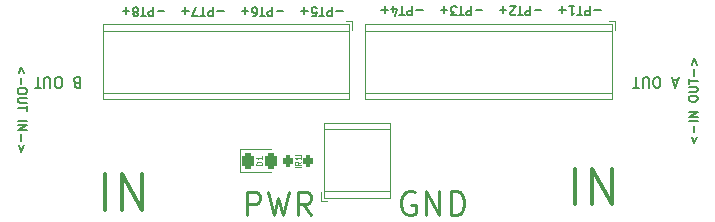
<source format=gto>
G04 #@! TF.GenerationSoftware,KiCad,Pcbnew,(6.0.7)*
G04 #@! TF.CreationDate,2023-06-30T09:59:30-07:00*
G04 #@! TF.ProjectId,PT Board Ground Systems,50542042-6f61-4726-9420-47726f756e64,rev?*
G04 #@! TF.SameCoordinates,Original*
G04 #@! TF.FileFunction,Legend,Top*
G04 #@! TF.FilePolarity,Positive*
%FSLAX46Y46*%
G04 Gerber Fmt 4.6, Leading zero omitted, Abs format (unit mm)*
G04 Created by KiCad (PCBNEW (6.0.7)) date 2023-06-30 09:59:30*
%MOMM*%
%LPD*%
G01*
G04 APERTURE LIST*
G04 Aperture macros list*
%AMRoundRect*
0 Rectangle with rounded corners*
0 $1 Rounding radius*
0 $2 $3 $4 $5 $6 $7 $8 $9 X,Y pos of 4 corners*
0 Add a 4 corners polygon primitive as box body*
4,1,4,$2,$3,$4,$5,$6,$7,$8,$9,$2,$3,0*
0 Add four circle primitives for the rounded corners*
1,1,$1+$1,$2,$3*
1,1,$1+$1,$4,$5*
1,1,$1+$1,$6,$7*
1,1,$1+$1,$8,$9*
0 Add four rect primitives between the rounded corners*
20,1,$1+$1,$2,$3,$4,$5,0*
20,1,$1+$1,$4,$5,$6,$7,0*
20,1,$1+$1,$6,$7,$8,$9,0*
20,1,$1+$1,$8,$9,$2,$3,0*%
G04 Aperture macros list end*
%ADD10C,0.150000*%
%ADD11C,0.250000*%
%ADD12C,0.300000*%
%ADD13C,0.200000*%
%ADD14C,0.100000*%
%ADD15C,0.120000*%
%ADD16R,2.200000X2.200000*%
%ADD17C,2.200000*%
%ADD18C,5.600000*%
%ADD19C,3.600000*%
%ADD20RoundRect,0.200000X-0.200000X-0.275000X0.200000X-0.275000X0.200000X0.275000X-0.200000X0.275000X0*%
%ADD21RoundRect,0.243750X-0.243750X-0.456250X0.243750X-0.456250X0.243750X0.456250X-0.243750X0.456250X0*%
G04 APERTURE END LIST*
D10*
X48391189Y-26636428D02*
X47819760Y-26636428D01*
X47462617Y-26350714D02*
X47462617Y-27100714D01*
X47176903Y-27100714D01*
X47105474Y-27065000D01*
X47069760Y-27029285D01*
X47034046Y-26957857D01*
X47034046Y-26850714D01*
X47069760Y-26779285D01*
X47105474Y-26743571D01*
X47176903Y-26707857D01*
X47462617Y-26707857D01*
X46819760Y-27100714D02*
X46391189Y-27100714D01*
X46605474Y-26350714D02*
X46605474Y-27100714D01*
X45819760Y-27100714D02*
X45962617Y-27100714D01*
X46034046Y-27065000D01*
X46069760Y-27029285D01*
X46141189Y-26922142D01*
X46176903Y-26779285D01*
X46176903Y-26493571D01*
X46141189Y-26422142D01*
X46105474Y-26386428D01*
X46034046Y-26350714D01*
X45891189Y-26350714D01*
X45819760Y-26386428D01*
X45784046Y-26422142D01*
X45748332Y-26493571D01*
X45748332Y-26672142D01*
X45784046Y-26743571D01*
X45819760Y-26779285D01*
X45891189Y-26815000D01*
X46034046Y-26815000D01*
X46105474Y-26779285D01*
X46141189Y-26743571D01*
X46176903Y-26672142D01*
X45426903Y-26636428D02*
X44855474Y-26636428D01*
X45141189Y-26350714D02*
X45141189Y-26922142D01*
D11*
X45313933Y-43957761D02*
X45313933Y-41957761D01*
X46075838Y-41957761D01*
X46266314Y-42053000D01*
X46361552Y-42148238D01*
X46456790Y-42338714D01*
X46456790Y-42624428D01*
X46361552Y-42814904D01*
X46266314Y-42910142D01*
X46075838Y-43005380D01*
X45313933Y-43005380D01*
X47123457Y-41957761D02*
X47599647Y-43957761D01*
X47980600Y-42529190D01*
X48361552Y-43957761D01*
X48837742Y-41957761D01*
X50742504Y-43957761D02*
X50075838Y-43005380D01*
X49599647Y-43957761D02*
X49599647Y-41957761D01*
X50361552Y-41957761D01*
X50552028Y-42053000D01*
X50647266Y-42148238D01*
X50742504Y-42338714D01*
X50742504Y-42624428D01*
X50647266Y-42814904D01*
X50552028Y-42910142D01*
X50361552Y-43005380D01*
X49599647Y-43005380D01*
D12*
X73079171Y-43013142D02*
X73079171Y-40013142D01*
X74507742Y-43013142D02*
X74507742Y-40013142D01*
X76222028Y-43013142D01*
X76222028Y-40013142D01*
D10*
X82973485Y-37300314D02*
X83187771Y-37871742D01*
X83402057Y-37300314D01*
X83187771Y-36943171D02*
X83187771Y-36371742D01*
X83473485Y-36014600D02*
X82723485Y-36014600D01*
X83473485Y-35657457D02*
X82723485Y-35657457D01*
X83473485Y-35228885D01*
X82723485Y-35228885D01*
X82723485Y-34157457D02*
X82723485Y-34014600D01*
X82759200Y-33943171D01*
X82830628Y-33871742D01*
X82973485Y-33836028D01*
X83223485Y-33836028D01*
X83366342Y-33871742D01*
X83437771Y-33943171D01*
X83473485Y-34014600D01*
X83473485Y-34157457D01*
X83437771Y-34228885D01*
X83366342Y-34300314D01*
X83223485Y-34336028D01*
X82973485Y-34336028D01*
X82830628Y-34300314D01*
X82759200Y-34228885D01*
X82723485Y-34157457D01*
X82723485Y-33514600D02*
X83330628Y-33514600D01*
X83402057Y-33478885D01*
X83437771Y-33443171D01*
X83473485Y-33371742D01*
X83473485Y-33228885D01*
X83437771Y-33157457D01*
X83402057Y-33121742D01*
X83330628Y-33086028D01*
X82723485Y-33086028D01*
X82723485Y-32836028D02*
X82723485Y-32407457D01*
X83473485Y-32621742D02*
X82723485Y-32621742D01*
X83187771Y-32157457D02*
X83187771Y-31586028D01*
X82973485Y-31228885D02*
X83187771Y-30657457D01*
X83402057Y-31228885D01*
X43354523Y-26636428D02*
X42783094Y-26636428D01*
X42425951Y-26350714D02*
X42425951Y-27100714D01*
X42140237Y-27100714D01*
X42068808Y-27065000D01*
X42033094Y-27029285D01*
X41997380Y-26957857D01*
X41997380Y-26850714D01*
X42033094Y-26779285D01*
X42068808Y-26743571D01*
X42140237Y-26707857D01*
X42425951Y-26707857D01*
X41783094Y-27100714D02*
X41354523Y-27100714D01*
X41568808Y-26350714D02*
X41568808Y-27100714D01*
X41175951Y-27100714D02*
X40675951Y-27100714D01*
X40997380Y-26350714D01*
X40390237Y-26636428D02*
X39818808Y-26636428D01*
X40104523Y-26350714D02*
X40104523Y-26922142D01*
D11*
X59512390Y-42027600D02*
X59321914Y-41932361D01*
X59036200Y-41932361D01*
X58750485Y-42027600D01*
X58560009Y-42218076D01*
X58464771Y-42408552D01*
X58369533Y-42789504D01*
X58369533Y-43075219D01*
X58464771Y-43456171D01*
X58560009Y-43646647D01*
X58750485Y-43837123D01*
X59036200Y-43932361D01*
X59226676Y-43932361D01*
X59512390Y-43837123D01*
X59607628Y-43741885D01*
X59607628Y-43075219D01*
X59226676Y-43075219D01*
X60464771Y-43932361D02*
X60464771Y-41932361D01*
X61607628Y-43932361D01*
X61607628Y-41932361D01*
X62560009Y-43932361D02*
X62560009Y-41932361D01*
X63036200Y-41932361D01*
X63321914Y-42027600D01*
X63512390Y-42218076D01*
X63607628Y-42408552D01*
X63702866Y-42789504D01*
X63702866Y-43075219D01*
X63607628Y-43456171D01*
X63512390Y-43646647D01*
X63321914Y-43837123D01*
X63036200Y-43932361D01*
X62560009Y-43932361D01*
D10*
X75257857Y-26566428D02*
X74686428Y-26566428D01*
X74329285Y-26280714D02*
X74329285Y-27030714D01*
X74043571Y-27030714D01*
X73972142Y-26995000D01*
X73936428Y-26959285D01*
X73900714Y-26887857D01*
X73900714Y-26780714D01*
X73936428Y-26709285D01*
X73972142Y-26673571D01*
X74043571Y-26637857D01*
X74329285Y-26637857D01*
X73686428Y-27030714D02*
X73257857Y-27030714D01*
X73472142Y-26280714D02*
X73472142Y-27030714D01*
X72615000Y-26280714D02*
X73043571Y-26280714D01*
X72829285Y-26280714D02*
X72829285Y-27030714D01*
X72900714Y-26923571D01*
X72972142Y-26852142D01*
X73043571Y-26816428D01*
X72293571Y-26566428D02*
X71722142Y-26566428D01*
X72007857Y-26280714D02*
X72007857Y-26852142D01*
X38317857Y-26636428D02*
X37746428Y-26636428D01*
X37389285Y-26350714D02*
X37389285Y-27100714D01*
X37103571Y-27100714D01*
X37032142Y-27065000D01*
X36996428Y-27029285D01*
X36960714Y-26957857D01*
X36960714Y-26850714D01*
X36996428Y-26779285D01*
X37032142Y-26743571D01*
X37103571Y-26707857D01*
X37389285Y-26707857D01*
X36746428Y-27100714D02*
X36317857Y-27100714D01*
X36532142Y-26350714D02*
X36532142Y-27100714D01*
X35960714Y-26779285D02*
X36032142Y-26815000D01*
X36067857Y-26850714D01*
X36103571Y-26922142D01*
X36103571Y-26957857D01*
X36067857Y-27029285D01*
X36032142Y-27065000D01*
X35960714Y-27100714D01*
X35817857Y-27100714D01*
X35746428Y-27065000D01*
X35710714Y-27029285D01*
X35675000Y-26957857D01*
X35675000Y-26922142D01*
X35710714Y-26850714D01*
X35746428Y-26815000D01*
X35817857Y-26779285D01*
X35960714Y-26779285D01*
X36032142Y-26743571D01*
X36067857Y-26707857D01*
X36103571Y-26636428D01*
X36103571Y-26493571D01*
X36067857Y-26422142D01*
X36032142Y-26386428D01*
X35960714Y-26350714D01*
X35817857Y-26350714D01*
X35746428Y-26386428D01*
X35710714Y-26422142D01*
X35675000Y-26493571D01*
X35675000Y-26636428D01*
X35710714Y-26707857D01*
X35746428Y-26743571D01*
X35817857Y-26779285D01*
X35353571Y-26636428D02*
X34782142Y-26636428D01*
X35067857Y-26350714D02*
X35067857Y-26922142D01*
X65237857Y-26566428D02*
X64666428Y-26566428D01*
X64309285Y-26280714D02*
X64309285Y-27030714D01*
X64023571Y-27030714D01*
X63952142Y-26995000D01*
X63916428Y-26959285D01*
X63880714Y-26887857D01*
X63880714Y-26780714D01*
X63916428Y-26709285D01*
X63952142Y-26673571D01*
X64023571Y-26637857D01*
X64309285Y-26637857D01*
X63666428Y-27030714D02*
X63237857Y-27030714D01*
X63452142Y-26280714D02*
X63452142Y-27030714D01*
X63059285Y-27030714D02*
X62595000Y-27030714D01*
X62845000Y-26745000D01*
X62737857Y-26745000D01*
X62666428Y-26709285D01*
X62630714Y-26673571D01*
X62595000Y-26602142D01*
X62595000Y-26423571D01*
X62630714Y-26352142D01*
X62666428Y-26316428D01*
X62737857Y-26280714D01*
X62952142Y-26280714D01*
X63023571Y-26316428D01*
X63059285Y-26352142D01*
X62273571Y-26566428D02*
X61702142Y-26566428D01*
X61987857Y-26280714D02*
X61987857Y-26852142D01*
X70247857Y-26566428D02*
X69676428Y-26566428D01*
X69319285Y-26280714D02*
X69319285Y-27030714D01*
X69033571Y-27030714D01*
X68962142Y-26995000D01*
X68926428Y-26959285D01*
X68890714Y-26887857D01*
X68890714Y-26780714D01*
X68926428Y-26709285D01*
X68962142Y-26673571D01*
X69033571Y-26637857D01*
X69319285Y-26637857D01*
X68676428Y-27030714D02*
X68247857Y-27030714D01*
X68462142Y-26280714D02*
X68462142Y-27030714D01*
X68033571Y-26959285D02*
X67997857Y-26995000D01*
X67926428Y-27030714D01*
X67747857Y-27030714D01*
X67676428Y-26995000D01*
X67640714Y-26959285D01*
X67605000Y-26887857D01*
X67605000Y-26816428D01*
X67640714Y-26709285D01*
X68069285Y-26280714D01*
X67605000Y-26280714D01*
X67283571Y-26566428D02*
X66712142Y-26566428D01*
X66997857Y-26280714D02*
X66997857Y-26852142D01*
X26424314Y-31940085D02*
X26210028Y-31368657D01*
X25995742Y-31940085D01*
X26210028Y-32297228D02*
X26210028Y-32868657D01*
X26674314Y-33368657D02*
X26674314Y-33511514D01*
X26638600Y-33582942D01*
X26567171Y-33654371D01*
X26424314Y-33690085D01*
X26174314Y-33690085D01*
X26031457Y-33654371D01*
X25960028Y-33582942D01*
X25924314Y-33511514D01*
X25924314Y-33368657D01*
X25960028Y-33297228D01*
X26031457Y-33225800D01*
X26174314Y-33190085D01*
X26424314Y-33190085D01*
X26567171Y-33225800D01*
X26638600Y-33297228D01*
X26674314Y-33368657D01*
X26674314Y-34011514D02*
X26067171Y-34011514D01*
X25995742Y-34047228D01*
X25960028Y-34082942D01*
X25924314Y-34154371D01*
X25924314Y-34297228D01*
X25960028Y-34368657D01*
X25995742Y-34404371D01*
X26067171Y-34440085D01*
X26674314Y-34440085D01*
X26674314Y-34690085D02*
X26674314Y-35118657D01*
X25924314Y-34904371D02*
X26674314Y-34904371D01*
X25924314Y-35940085D02*
X26674314Y-35940085D01*
X25924314Y-36297228D02*
X26674314Y-36297228D01*
X25924314Y-36725800D01*
X26674314Y-36725800D01*
X26210028Y-37082942D02*
X26210028Y-37654371D01*
X26424314Y-38011514D02*
X26210028Y-38582942D01*
X25995742Y-38011514D01*
D13*
X30901285Y-32728685D02*
X30772714Y-32685828D01*
X30729857Y-32642971D01*
X30687000Y-32557257D01*
X30687000Y-32428685D01*
X30729857Y-32342971D01*
X30772714Y-32300114D01*
X30858428Y-32257257D01*
X31201285Y-32257257D01*
X31201285Y-33157257D01*
X30901285Y-33157257D01*
X30815571Y-33114400D01*
X30772714Y-33071542D01*
X30729857Y-32985828D01*
X30729857Y-32900114D01*
X30772714Y-32814400D01*
X30815571Y-32771542D01*
X30901285Y-32728685D01*
X31201285Y-32728685D01*
X29444142Y-33157257D02*
X29272714Y-33157257D01*
X29187000Y-33114400D01*
X29101285Y-33028685D01*
X29058428Y-32857257D01*
X29058428Y-32557257D01*
X29101285Y-32385828D01*
X29187000Y-32300114D01*
X29272714Y-32257257D01*
X29444142Y-32257257D01*
X29529857Y-32300114D01*
X29615571Y-32385828D01*
X29658428Y-32557257D01*
X29658428Y-32857257D01*
X29615571Y-33028685D01*
X29529857Y-33114400D01*
X29444142Y-33157257D01*
X28672714Y-33157257D02*
X28672714Y-32428685D01*
X28629857Y-32342971D01*
X28587000Y-32300114D01*
X28501285Y-32257257D01*
X28329857Y-32257257D01*
X28244142Y-32300114D01*
X28201285Y-32342971D01*
X28158428Y-32428685D01*
X28158428Y-33157257D01*
X27858428Y-33157257D02*
X27344142Y-33157257D01*
X27601285Y-32257257D02*
X27601285Y-33157257D01*
D10*
X53427857Y-26636428D02*
X52856428Y-26636428D01*
X52499285Y-26350714D02*
X52499285Y-27100714D01*
X52213571Y-27100714D01*
X52142142Y-27065000D01*
X52106428Y-27029285D01*
X52070714Y-26957857D01*
X52070714Y-26850714D01*
X52106428Y-26779285D01*
X52142142Y-26743571D01*
X52213571Y-26707857D01*
X52499285Y-26707857D01*
X51856428Y-27100714D02*
X51427857Y-27100714D01*
X51642142Y-26350714D02*
X51642142Y-27100714D01*
X50820714Y-27100714D02*
X51177857Y-27100714D01*
X51213571Y-26743571D01*
X51177857Y-26779285D01*
X51106428Y-26815000D01*
X50927857Y-26815000D01*
X50856428Y-26779285D01*
X50820714Y-26743571D01*
X50785000Y-26672142D01*
X50785000Y-26493571D01*
X50820714Y-26422142D01*
X50856428Y-26386428D01*
X50927857Y-26350714D01*
X51106428Y-26350714D01*
X51177857Y-26386428D01*
X51213571Y-26422142D01*
X50463571Y-26636428D02*
X49892142Y-26636428D01*
X50177857Y-26350714D02*
X50177857Y-26922142D01*
X60227857Y-26566428D02*
X59656428Y-26566428D01*
X59299285Y-26280714D02*
X59299285Y-27030714D01*
X59013571Y-27030714D01*
X58942142Y-26995000D01*
X58906428Y-26959285D01*
X58870714Y-26887857D01*
X58870714Y-26780714D01*
X58906428Y-26709285D01*
X58942142Y-26673571D01*
X59013571Y-26637857D01*
X59299285Y-26637857D01*
X58656428Y-27030714D02*
X58227857Y-27030714D01*
X58442142Y-26280714D02*
X58442142Y-27030714D01*
X57656428Y-26780714D02*
X57656428Y-26280714D01*
X57835000Y-27066428D02*
X58013571Y-26530714D01*
X57549285Y-26530714D01*
X57263571Y-26566428D02*
X56692142Y-26566428D01*
X56977857Y-26280714D02*
X56977857Y-26852142D01*
D12*
X33328171Y-43495742D02*
X33328171Y-40495742D01*
X34756742Y-43495742D02*
X34756742Y-40495742D01*
X36471028Y-43495742D01*
X36471028Y-40495742D01*
D13*
X81776657Y-32514400D02*
X81348085Y-32514400D01*
X81862371Y-32257257D02*
X81562371Y-33157257D01*
X81262371Y-32257257D01*
X80105228Y-33157257D02*
X79933800Y-33157257D01*
X79848085Y-33114400D01*
X79762371Y-33028685D01*
X79719514Y-32857257D01*
X79719514Y-32557257D01*
X79762371Y-32385828D01*
X79848085Y-32300114D01*
X79933800Y-32257257D01*
X80105228Y-32257257D01*
X80190942Y-32300114D01*
X80276657Y-32385828D01*
X80319514Y-32557257D01*
X80319514Y-32857257D01*
X80276657Y-33028685D01*
X80190942Y-33114400D01*
X80105228Y-33157257D01*
X79333800Y-33157257D02*
X79333800Y-32428685D01*
X79290942Y-32342971D01*
X79248085Y-32300114D01*
X79162371Y-32257257D01*
X78990942Y-32257257D01*
X78905228Y-32300114D01*
X78862371Y-32342971D01*
X78819514Y-32428685D01*
X78819514Y-33157257D01*
X78519514Y-33157257D02*
X78005228Y-33157257D01*
X78262371Y-32257257D02*
X78262371Y-33157257D01*
D14*
X49885490Y-39427933D02*
X49647395Y-39594600D01*
X49885490Y-39713647D02*
X49385490Y-39713647D01*
X49385490Y-39523171D01*
X49409300Y-39475552D01*
X49433109Y-39451742D01*
X49480728Y-39427933D01*
X49552157Y-39427933D01*
X49599776Y-39451742D01*
X49623585Y-39475552D01*
X49647395Y-39523171D01*
X49647395Y-39713647D01*
X49885490Y-38951742D02*
X49885490Y-39237457D01*
X49885490Y-39094600D02*
X49385490Y-39094600D01*
X49456919Y-39142219D01*
X49504538Y-39189838D01*
X49528347Y-39237457D01*
X46608890Y-39713647D02*
X46108890Y-39713647D01*
X46108890Y-39594600D01*
X46132700Y-39523171D01*
X46180319Y-39475552D01*
X46227938Y-39451742D01*
X46323176Y-39427933D01*
X46394604Y-39427933D01*
X46489842Y-39451742D01*
X46537461Y-39475552D01*
X46585080Y-39523171D01*
X46608890Y-39594600D01*
X46608890Y-39713647D01*
X46608890Y-38951742D02*
X46608890Y-39237457D01*
X46608890Y-39094600D02*
X46108890Y-39094600D01*
X46180319Y-39142219D01*
X46227938Y-39189838D01*
X46251747Y-39237457D01*
D15*
X76210600Y-33637200D02*
X55309600Y-33637200D01*
X76210600Y-34097200D02*
X55309600Y-34097200D01*
X76210600Y-27777200D02*
X55309600Y-27777200D01*
X55309600Y-34097200D02*
X55309600Y-27777200D01*
X76210600Y-28337200D02*
X55309600Y-28337200D01*
X76450600Y-27537200D02*
X75950600Y-27537200D01*
X76210600Y-34097200D02*
X76210600Y-27777200D01*
X76450600Y-28277200D02*
X76450600Y-27537200D01*
X57465400Y-36159200D02*
X57465400Y-42479200D01*
X51805400Y-41919200D02*
X56695400Y-41919200D01*
X51805400Y-42479200D02*
X56765400Y-42479200D01*
X51565400Y-42719200D02*
X52065400Y-42719200D01*
X51805400Y-36159200D02*
X51805400Y-42479200D01*
X56695400Y-41919200D02*
X57465400Y-41919200D01*
X51565400Y-41979200D02*
X51565400Y-42719200D01*
X51805400Y-36619200D02*
X57465400Y-36619200D01*
X56695400Y-42479200D02*
X57465400Y-42479200D01*
X51805400Y-36159200D02*
X57465400Y-36159200D01*
X49415642Y-39867100D02*
X49890158Y-39867100D01*
X49415642Y-38822100D02*
X49890158Y-38822100D01*
X53985600Y-28337200D02*
X33084600Y-28337200D01*
X54225600Y-28277200D02*
X54225600Y-27537200D01*
X53985600Y-33637200D02*
X33084600Y-33637200D01*
X33084600Y-34097200D02*
X33084600Y-27777200D01*
X53985600Y-27777200D02*
X33084600Y-27777200D01*
X53985600Y-34097200D02*
X33084600Y-34097200D01*
X53985600Y-34097200D02*
X53985600Y-27777200D01*
X54225600Y-27537200D02*
X53725600Y-27537200D01*
X44697700Y-38384600D02*
X44697700Y-40304600D01*
X44697700Y-40304600D02*
X47382700Y-40304600D01*
X47382700Y-38384600D02*
X44697700Y-38384600D01*
%LPC*%
D16*
X74650600Y-30937200D03*
D17*
X72110600Y-30937200D03*
X69570600Y-30937200D03*
X67030600Y-30937200D03*
X64490600Y-30937200D03*
X61950600Y-30937200D03*
X59410600Y-30937200D03*
X56870600Y-30937200D03*
D18*
X80010000Y-28575000D03*
D19*
X80010000Y-28575000D03*
D18*
X29210000Y-28575000D03*
D19*
X29210000Y-28575000D03*
D16*
X53365400Y-39319200D03*
D17*
X55905400Y-39319200D03*
D20*
X48827900Y-39344600D03*
X50477900Y-39344600D03*
D16*
X52425600Y-30937200D03*
D17*
X49885600Y-30937200D03*
X47345600Y-30937200D03*
X44805600Y-30937200D03*
X42265600Y-30937200D03*
X39725600Y-30937200D03*
X37185600Y-30937200D03*
X34645600Y-30937200D03*
D18*
X29260800Y-41275000D03*
D19*
X29260800Y-41275000D03*
D21*
X45445200Y-39344600D03*
X47320200Y-39344600D03*
D18*
X80010000Y-41275000D03*
D19*
X80010000Y-41275000D03*
M02*

</source>
